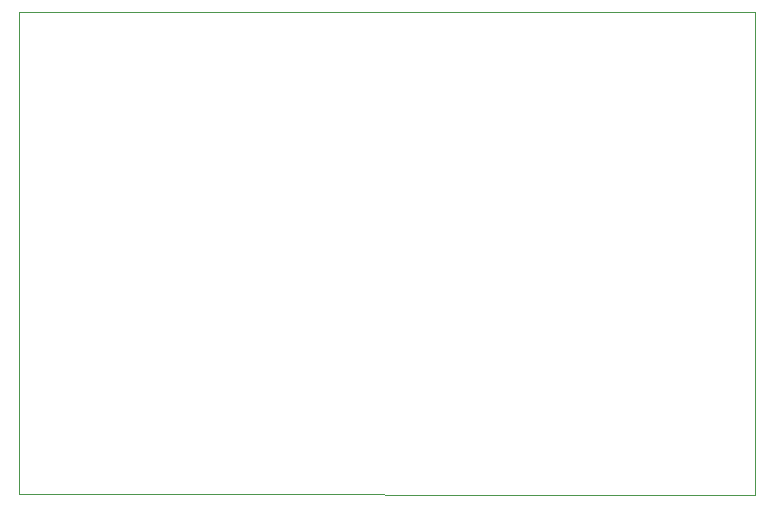
<source format=gm1>
G04 #@! TF.GenerationSoftware,KiCad,Pcbnew,(5.1.10)-1*
G04 #@! TF.CreationDate,2021-05-29T18:44:49+08:00*
G04 #@! TF.ProjectId,Light_detector_V1.0,4c696768-745f-4646-9574-6563746f725f,rev?*
G04 #@! TF.SameCoordinates,Original*
G04 #@! TF.FileFunction,Profile,NP*
%FSLAX46Y46*%
G04 Gerber Fmt 4.6, Leading zero omitted, Abs format (unit mm)*
G04 Created by KiCad (PCBNEW (5.1.10)-1) date 2021-05-29 18:44:49*
%MOMM*%
%LPD*%
G01*
G04 APERTURE LIST*
G04 #@! TA.AperFunction,Profile*
%ADD10C,0.050000*%
G04 #@! TD*
G04 APERTURE END LIST*
D10*
X37637499Y-19980499D02*
X37637500Y-60830500D01*
X37637499Y-19980499D02*
X99999999Y-19999999D01*
X37637500Y-60830500D02*
X100000000Y-60850000D01*
X99999999Y-19999999D02*
X100000000Y-60850000D01*
M02*

</source>
